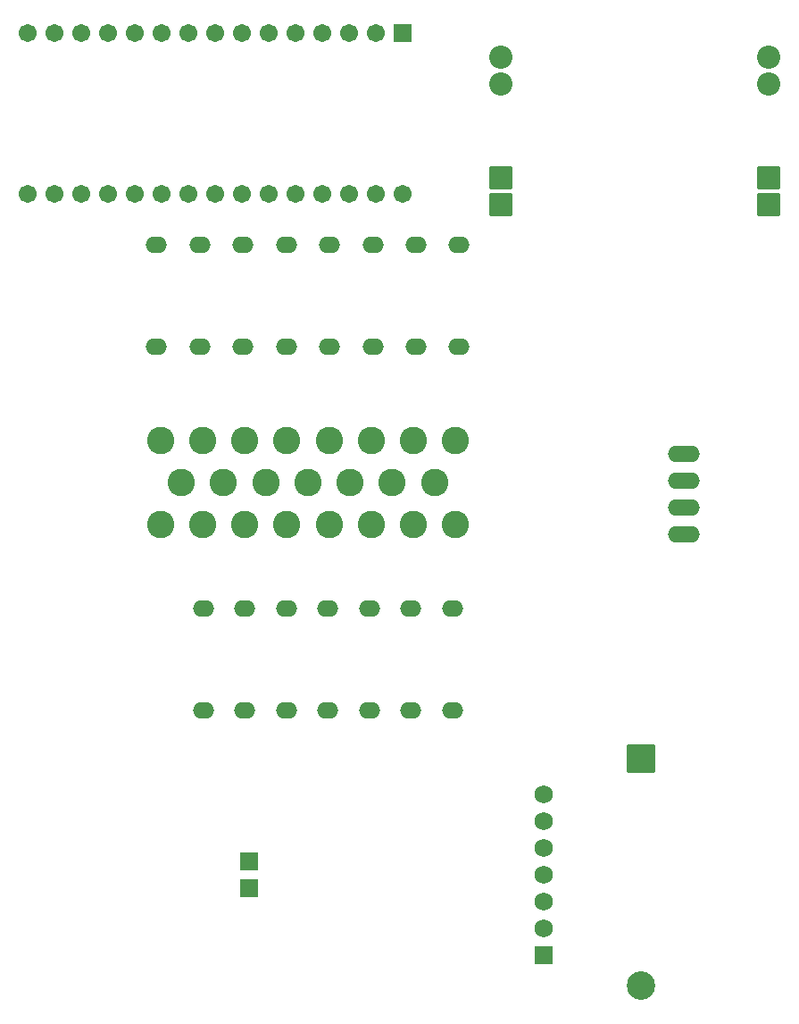
<source format=gbs>
G04 Layer: BottomSolderMaskLayer*
G04 EasyEDA v6.5.12, 2022-08-14 18:20:48*
G04 2a177721641841d29097ea14f7d9b4fa,85f94b3334f644aba6dda46b10c31569,10*
G04 Gerber Generator version 0.2*
G04 Scale: 100 percent, Rotated: No, Reflected: No *
G04 Dimensions in millimeters *
G04 leading zeros omitted , absolute positions ,4 integer and 5 decimal *
%FSLAX45Y45*%
%MOMM*%

%AMMACRO1*1,1,$1,$2,$3*1,1,$1,$4,$5*1,1,$1,0-$2,0-$3*1,1,$1,0-$4,0-$5*20,1,$1,$2,$3,$4,$5,0*20,1,$1,$4,$5,0-$2,0-$3,0*20,1,$1,0-$2,0-$3,0-$4,0-$5,0*20,1,$1,0-$4,0-$5,$2,$3,0*4,1,4,$2,$3,$4,$5,0-$2,0-$3,0-$4,0-$5,$2,$3,0*%
%ADD10MACRO1,0.2032X1X-1X-1X-1*%
%ADD11MACRO1,0.2032X-1X1X1X1*%
%ADD12C,2.2032*%
%ADD13C,2.6032*%
%ADD14MACRO1,0.2032X1.2499X1.2499X1.2499X-1.2499*%
%ADD15C,2.7031*%
%ADD16MACRO1,0.2032X-0.754X0.754X0.754X0.754*%
%ADD17C,1.7112*%
%ADD18O,2.032X1.524*%
%ADD19MACRO1,0.2032X-0.762X0.762X0.762X0.762*%
%ADD20C,1.7272*%
%ADD21O,3.048X1.524*%

%LPD*%
D10*
G01*
X7988300Y-2120900D03*
D11*
G01*
X7988300Y-1866900D03*
D12*
G01*
X7988300Y-977900D03*
G01*
X7988300Y-723900D03*
G01*
X5448300Y-723900D03*
G01*
X5448300Y-977900D03*
D11*
G01*
X5448300Y-1866900D03*
G01*
X5448300Y-2120900D03*
D13*
G01*
X2219502Y-4349800D03*
G01*
X2619502Y-4349800D03*
G01*
X3019501Y-4349800D03*
G01*
X3419500Y-4349800D03*
G01*
X3819499Y-4349800D03*
G01*
X4219498Y-4349800D03*
G01*
X4619497Y-4349800D03*
G01*
X5019497Y-4349800D03*
G01*
X2419502Y-4749800D03*
G01*
X2819501Y-4749800D03*
G01*
X3219500Y-4749800D03*
G01*
X3619500Y-4749800D03*
G01*
X4019499Y-4749800D03*
G01*
X4419498Y-4749800D03*
G01*
X4819497Y-4749800D03*
G01*
X2219502Y-5149799D03*
G01*
X2619502Y-5149799D03*
G01*
X3019501Y-5149799D03*
G01*
X3419500Y-5149799D03*
G01*
X3819499Y-5149799D03*
G01*
X4219498Y-5149799D03*
G01*
X4619497Y-5149799D03*
G01*
X5019497Y-5149799D03*
D14*
G01*
X6781800Y-7366000D03*
D15*
G01*
X6781800Y-9515983D03*
D16*
G01*
X4521200Y-495300D03*
D17*
G01*
X4267200Y-495300D03*
G01*
X4013200Y-495300D03*
G01*
X3759200Y-495300D03*
G01*
X3505200Y-495300D03*
G01*
X3251200Y-495300D03*
G01*
X2997200Y-495300D03*
G01*
X2743200Y-495300D03*
G01*
X2489200Y-495300D03*
G01*
X2235200Y-495300D03*
G01*
X1981200Y-495300D03*
G01*
X1727200Y-495300D03*
G01*
X4521200Y-2019300D03*
G01*
X4267200Y-2019300D03*
G01*
X4013200Y-2019300D03*
G01*
X3759200Y-2019300D03*
G01*
X3505200Y-2019300D03*
G01*
X3251200Y-2019300D03*
G01*
X2743200Y-2019300D03*
G01*
X2489200Y-2019300D03*
G01*
X1981200Y-2019300D03*
G01*
X1727200Y-2019300D03*
G01*
X2235200Y-2019300D03*
G01*
X2997200Y-2019300D03*
G01*
X1473200Y-495300D03*
G01*
X1219200Y-495300D03*
G01*
X965200Y-495300D03*
G01*
X1473200Y-2019300D03*
G01*
X1219200Y-2019300D03*
G01*
X965200Y-2019300D03*
D18*
G01*
X2184400Y-3467100D03*
G01*
X2184400Y-2501900D03*
G01*
X2594432Y-3467100D03*
G01*
X2594432Y-2501900D03*
G01*
X3004464Y-3467100D03*
G01*
X3004464Y-2501900D03*
G01*
X3414496Y-3467100D03*
G01*
X3414496Y-2501900D03*
G01*
X3824503Y-3467100D03*
G01*
X3824503Y-2501900D03*
G01*
X4234535Y-3467100D03*
G01*
X4234535Y-2501900D03*
G01*
X4644567Y-3467100D03*
G01*
X4644567Y-2501900D03*
G01*
X5054600Y-3467100D03*
G01*
X5054600Y-2501900D03*
G01*
X4991100Y-6908800D03*
G01*
X4991100Y-5943600D03*
G01*
X4597400Y-6908800D03*
G01*
X4597400Y-5943600D03*
G01*
X4203700Y-6908800D03*
G01*
X4203700Y-5943600D03*
G01*
X3810000Y-6908800D03*
G01*
X3810000Y-5943600D03*
G01*
X3416300Y-6908800D03*
G01*
X3416300Y-5943600D03*
G01*
X3022600Y-6908800D03*
G01*
X3022600Y-5943600D03*
G01*
X2628900Y-6908800D03*
G01*
X2628900Y-5943600D03*
D19*
G01*
X5854700Y-9232900D03*
D20*
G01*
X5854700Y-8978900D03*
G01*
X5854700Y-8724900D03*
G01*
X5854700Y-8470900D03*
G01*
X5854700Y-8216900D03*
G01*
X5854700Y-7962900D03*
G01*
X5854700Y-7708900D03*
D19*
G01*
X3060700Y-8597900D03*
G01*
X3060700Y-8343900D03*
D21*
G01*
X7188200Y-4737100D03*
G01*
X7188200Y-4991100D03*
G01*
X7188200Y-5245100D03*
G01*
X7188200Y-4483100D03*
M02*

</source>
